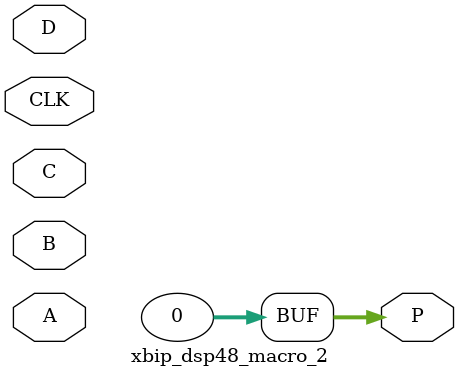
<source format=v>

module mainMem(
    input clka,
    input rsta,
    input ena,
    input [3:0] wea,
    input [31:0] addra,
    input [31:0] dina,
    output [31:0] douta
);
    assign douta = 32'b0;
endmodule

// PHT_mem
module PHT_mem(
    input clka,
    input wea,
    input [31:0] addra,
    input [31:0] dina,
    input clkb,
    input rstb,
    input enb,
    input [31:0] addrb,
    output [31:0] doutb
);
    assign doutb = 32'b0;
endmodule

// BTB_mem
module BTB_mem(
    input clka,
    input rsta,
    input [6:0] wea,
    input [6:0] addra,
    input [55:0] dina,
    output [55:0] douta,
    input ena,
    input clkb,
    input rstb,
    input [6:0] web,
    input [6:0] addrb,
    input [55:0] dinb,
    output [55:0] doutb
);
    assign douta = 56'b0;
    assign doutb = 56'b0;
endmodule

// dcache
module dcache(
    input clka,
    input rsta,
    input [15:0] wea,
    input [6:0] addra,
    input [127:0] dina,
    output [127:0] douta,
    input clkb,
    input rstb,
    input [15:0] web,
    input [6:0] addrb,
    input [127:0] dinb,
    output [127:0] doutb
);
    assign douta = 128'b0;
    assign doutb = 128'b0;
endmodule

// tag_ram
module tag_ram(
    input clka,
    input rsta,
    input [3:0] wea,
    input [7:0] addra,
    input [31:0] dina,
    output [31:0] douta,
    input clkb,
    input rstb,
    input [3:0] web,
    input [7:0] addrb,
    input [31:0] dinb,
    output [31:0] doutb
);
    assign douta = 32'b0;
    assign doutb = 32'b0;
endmodule

// blk_mem_gen_v7_3
module blk_mem_gen_v7_3(
    input clka,
    input rsta,
    input ena,
    input [0:0] wea,
    input [4:0] addra,
    input [255:0] dina,
    output [255:0] douta
);
    assign douta = 256'b0;
endmodule

// blk_mem_gen_v7_3_2
module blk_mem_gen_v7_3_2(
    input clka,
    input rsta,
    input ena,
    input [0:0] wea,
    input [4:0] addra,
    input [24:0] dina,
    output [24:0] douta
);
    assign douta = 25'b0;
endmodule

// xbip_dsp48_macro_0
module xbip_dsp48_macro_0(
    input CLK,
    input [31:0] A,
    input [31:0] B,
    output [31:0] P
);
    assign P = 32'b0;
endmodule

// xbip_dsp48_macro_1
module xbip_dsp48_macro_1(
    input CLK,
    input [31:0] A,
    input [31:0] B,
    input [31:0] C,
    output [31:0] P
);
    assign P = 32'b0;
endmodule

// xbip_dsp48_macro_2
module xbip_dsp48_macro_2(
    input CLK,
    input [31:0] A,
    input [31:0] B,
    input [31:0] C,
    input [31:0] D,
    output [31:0] P
);
    assign P = 32'b0;
endmodule

</source>
